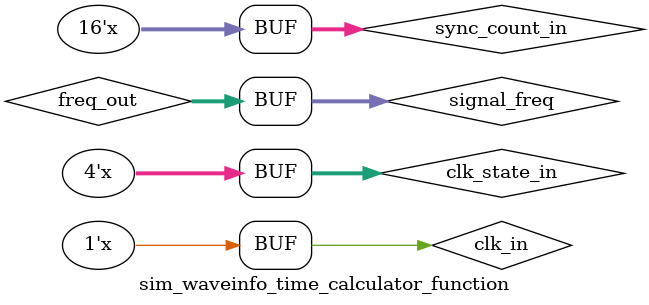
<source format=v>
`timescale 1ns / 1ps


module sim_waveinfo_time_calculator_function(

    );
        reg clk_in = 0;
    always#10
        clk_in = ~clk_in;
    reg[15:0] sync_count_in = 0;
    reg[3:0] clk_state_in = 0;
   always#1000
   begin
       clk_state_in = clk_state_in + 1;
       if(clk_state_in == 0)
           sync_count_in = sync_count_in + 50;
   end



       wire[25:0] freq_out;//26Î»¶þ½øÖÆÊý
       wire[2:0] freq_carry_out;//ÆµÆ×ºóÃæ´øµÄÁã
       wire freq_wrong_out;//ÆµÂÊ³ö´í

   
       reg[25:0] clk_info;//clk»ù´¡Ê±ÖÓ
       reg[2:0] carry = 0;//Ëõ·Å£¬´ú±íºóÃæÓÐ¶àÉÙ¸ö0
       assign freq_carry_out = carry;
       reg[1:0] unit = 2'd0;//Ê±¼äµ¥Î»£¬0:ns, 1:us, 2:ms, 3:s
       always@(posedge clk_in)
           case(clk_state_in)
               4'h0: begin
                         clk_info = 26'd15260000;//*10000
                         carry = 3'd4;
                        //time_info = 655360;
                         unit = 2'd0;
                     end
               4'h1: begin
                         clk_info = 26'd30520000;
                         carry = 3'd4;
                        //time_info = 327680;
                         unit = 2'd0;
                     end
               4'h2: begin
                         clk_info = 26'd6104000;//*1000
                         carry = 3'd3;
                        //time_info = 163840;
                         unit = 2'd0;
                     end
               4'h3:begin
                        clk_info = 26'd12207000;
                        carry = 3'd3;
                        //time_info = 81920;
                        unit = 2'd0;
                    end
               4'h4:begin
                        clk_info = 26'd24414000;
                        carry = 3'd3;
                        //time_info = 40960;
                        unit = 2'd0;
                    end
               4'h5:begin
                        clk_info = 26'd48828000;
                        carry = 3'd3;
                        //time_info = 20480;
                        unit = 2'd0;
                    end
               4'h6:begin
                        clk_info = 26'd9765600;//*100
                        carry = 3'd2;
                       //time_info = 10240;
                        unit = 2'd0;
                    end
               4'h7:begin
                        clk_info = 26'd19531300;
                        carry = 3'd2;
                        //time_info = 5120;
                        unit = 2'd0;
                    end
               4'h8:begin
                        clk_info = 26'd39062500;
                        carry = 3'd2;
                        //time_info = 2560;
                        unit = 2'd0;
                    end
               4'h9:begin
                        clk_info = 26'd7812500;//*10
                        carry = 3'd1;
                        //time_info = 1280;
                        unit = 2'd0;
                    end
               4'ha:begin
                        clk_info = 26'd15625000;
                        carry = 3'd1;
                        //time_info = 640;
                        unit = 2'd0;
                    end
               4'hb:begin
                        clk_info = 26'd31250000;
                        carry = 3'd1;
                        //time_info = 320;
                        unit = 2'd0;
                    end
               4'hc:begin
                        clk_info = 26'd6250000;//*1
                        carry = 3'd0;
                        //time_info = 160;
                        unit = 2'd0;
                    end
               4'hd:begin
                        clk_info = 26'd12500000;
                        carry = 3'd0;
                        //time_info = 80;
                        unit = 2'd0;
                    end
               4'he:begin
                        clk_info = 26'd25000000;
                        carry = 3'd0;
                        //time_info = 40;
                        unit = 2'd0;
                    end
               4'hf:begin
                        clk_info = 26'd50000000;
                        carry = 3'd0;
                        //time_info = 20;
                        unit = 2'd0;
                    end
           endcase
       ///////////¼ÆÊý¼Ä´æÆ÷½á¹û//////////
       reg [15:0] count;
       always@(posedge clk_in)
           case(sync_count_in)
               16'h0000:count = 16'd0;
               16'h0001:count = 16'd0;
               16'hffff:count = 16'd0;
               default:count = sync_count_in + 1'd1;
           endcase
           
      ///////////ÆµÂÊ¼ÆËã½á¹û////////////
       
       
       reg[25:0] signal_freq;
       assign freq_out = signal_freq;
       reg freq_wrong;
       assign freq_wrong_out = freq_wrong;
       wire[25:0] freq_ans;//³ý·¨Æ÷³öÀ´µÄ½á¹û
       ///////////ÅÐ¶Ï½á¹ûÊÇ·ñ´íÎó///////
       always@(posedge clk_in)
           if(count == 0)
           begin
               signal_freq = 26'd0;
               freq_wrong = 1;
           end
           else
           begin
               signal_freq = freq_ans;
               freq_wrong = 0;
           end
       ////////³ý·¨Æ÷µ÷ÓÃ////////////////
       wire[25:0] freq_remain_ans;//ÓàÊý
       wire divider_valid;
       divider ins1_divider(//³ýÊýÎªÁãÊ±£¬½á¹ûÈ«Ò»
               .clk_in(clk_in),
               .dividend_in({6'd0,clk_info}), 
               .divisor_in({16'd0,count}),
           
               .valid_out(divider_valid),
               .ans_out(freq_ans),
               .remain_out(freq_remain_ans)
           );
endmodule

</source>
